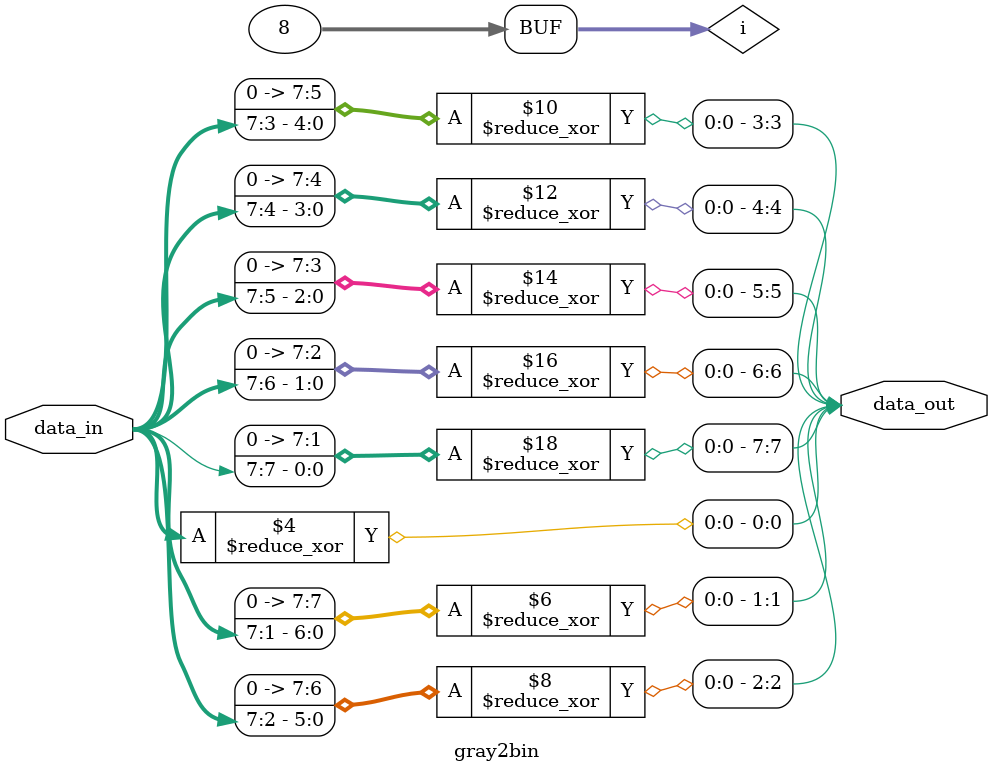
<source format=v>
`timescale 1ns / 1ps


module gray2bin#(parameter K = 8)(

    input wire [K-1:0] data_in,
    output reg [K-1:0] data_out

    );
  integer i;  
  
    always @(*) begin 
        for(i = 0; i < K; i = i + 1) begin 
        
        data_out[i] = ^ (data_in >> i);
        
        end
    end
endmodule

</source>
